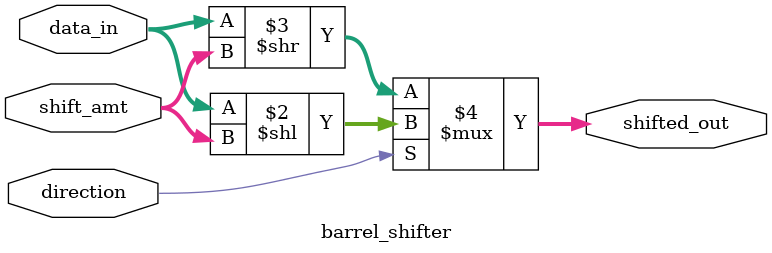
<source format=sv>
module barrel_shifter (
    input wire [7:0] data_in,     // Input data
    input wire [2:0] shift_amt,   // Shift amount
    input wire direction,         // 0: right, 1: left
    output reg [7:0] shifted_out  // Shifted result
);
    always @(*) begin
        shifted_out = direction ? (data_in << shift_amt) : (data_in >> shift_amt);
    end
endmodule
</source>
